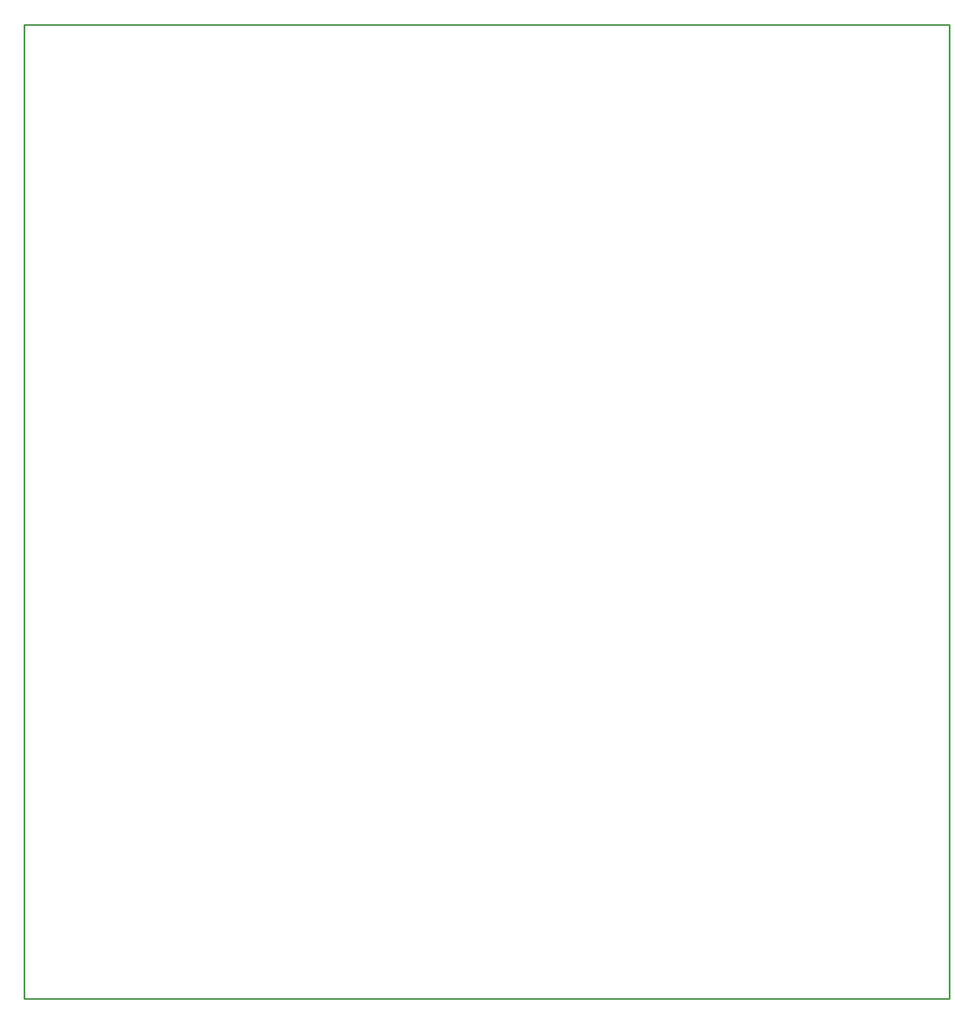
<source format=gbr>
*
*
G04 PADS Layout (Build Number 2005.266.2) generated Gerber (RS-274-X) file*
G04 PC Version=2.1*
*
%IN "cflora_base_1125.pcb"*%
*
%MOMM*%
*
%FSLAX35Y35*%
*
*
*
*
G04 PC Standard Apertures*
*
*
G04 Thermal Relief Aperture macro.*
%AMTER*
1,1,$1,0,0*
1,0,$1-$2,0,0*
21,0,$3,$4,0,0,45*
21,0,$3,$4,0,0,135*
%
*
*
G04 Annular Aperture macro.*
%AMANN*
1,1,$1,0,0*
1,0,$2,0,0*
%
*
*
G04 Odd Aperture macro.*
%AMODD*
1,1,$1,0,0*
1,0,$1-0.005,0,0*
%
*
*
G04 PC Custom Aperture Macros*
*
*
*
*
*
*
G04 PC Aperture Table*
*
%ADD058C,0.254*%
*
*
*
*
G04 PC Custom Flashes*
G04 Layer Name cflora_base_1125.pcb - flashes*
%LPD*%
*
*
G04 PC Circuitry*
G04 Layer Name cflora_base_1125.pcb - circuitry*
%LPD*%
*
G54D58*
G01X25400000Y10400000D02*
Y25400000D01*
X39660000*
Y10400000*
X25400000*
X0Y0D02*
M02*

</source>
